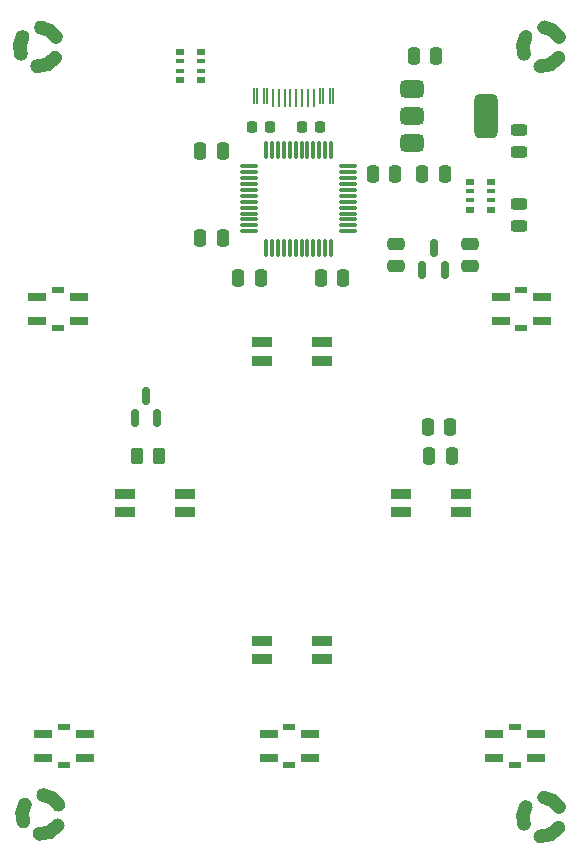
<source format=gbr>
%TF.GenerationSoftware,KiCad,Pcbnew,9.0.4*%
%TF.CreationDate,2025-11-20T14:14:08-06:00*%
%TF.ProjectId,Ballmouse,42616c6c-6d6f-4757-9365-2e6b69636164,rev?*%
%TF.SameCoordinates,Original*%
%TF.FileFunction,Paste,Top*%
%TF.FilePolarity,Positive*%
%FSLAX46Y46*%
G04 Gerber Fmt 4.6, Leading zero omitted, Abs format (unit mm)*
G04 Created by KiCad (PCBNEW 9.0.4) date 2025-11-20 14:14:08*
%MOMM*%
%LPD*%
G01*
G04 APERTURE LIST*
G04 Aperture macros list*
%AMRoundRect*
0 Rectangle with rounded corners*
0 $1 Rounding radius*
0 $2 $3 $4 $5 $6 $7 $8 $9 X,Y pos of 4 corners*
0 Add a 4 corners polygon primitive as box body*
4,1,4,$2,$3,$4,$5,$6,$7,$8,$9,$2,$3,0*
0 Add four circle primitives for the rounded corners*
1,1,$1+$1,$2,$3*
1,1,$1+$1,$4,$5*
1,1,$1+$1,$6,$7*
1,1,$1+$1,$8,$9*
0 Add four rect primitives between the rounded corners*
20,1,$1+$1,$2,$3,$4,$5,0*
20,1,$1+$1,$4,$5,$6,$7,0*
20,1,$1+$1,$6,$7,$8,$9,0*
20,1,$1+$1,$8,$9,$2,$3,0*%
G04 Aperture macros list end*
%ADD10C,1.200000*%
%ADD11R,1.800000X0.820000*%
%ADD12RoundRect,0.225000X0.225000X0.250000X-0.225000X0.250000X-0.225000X-0.250000X0.225000X-0.250000X0*%
%ADD13RoundRect,0.225000X-0.225000X-0.250000X0.225000X-0.250000X0.225000X0.250000X-0.225000X0.250000X0*%
%ADD14RoundRect,0.150000X0.150000X-0.587500X0.150000X0.587500X-0.150000X0.587500X-0.150000X-0.587500X0*%
%ADD15RoundRect,0.375000X-0.625000X-0.375000X0.625000X-0.375000X0.625000X0.375000X-0.625000X0.375000X0*%
%ADD16RoundRect,0.500000X-0.500000X-1.400000X0.500000X-1.400000X0.500000X1.400000X-0.500000X1.400000X0*%
%ADD17RoundRect,0.075000X0.075000X-0.662500X0.075000X0.662500X-0.075000X0.662500X-0.075000X-0.662500X0*%
%ADD18RoundRect,0.075000X0.662500X-0.075000X0.662500X0.075000X-0.662500X0.075000X-0.662500X-0.075000X0*%
%ADD19R,1.000000X0.500000*%
%ADD20R,1.500000X0.800000*%
%ADD21R,0.800000X0.500000*%
%ADD22R,0.800000X0.400000*%
%ADD23RoundRect,0.250000X0.262500X0.450000X-0.262500X0.450000X-0.262500X-0.450000X0.262500X-0.450000X0*%
%ADD24R,0.250000X1.400000*%
%ADD25R,0.220000X1.600000*%
%ADD26RoundRect,0.243750X-0.456250X0.243750X-0.456250X-0.243750X0.456250X-0.243750X0.456250X0.243750X0*%
%ADD27RoundRect,0.243750X0.456250X-0.243750X0.456250X0.243750X-0.456250X0.243750X-0.456250X-0.243750X0*%
%ADD28RoundRect,0.250000X-0.250000X-0.475000X0.250000X-0.475000X0.250000X0.475000X-0.250000X0.475000X0*%
%ADD29RoundRect,0.250000X0.475000X-0.250000X0.475000X0.250000X-0.475000X0.250000X-0.475000X-0.250000X0*%
%ADD30RoundRect,0.250000X-0.475000X0.250000X-0.475000X-0.250000X0.475000X-0.250000X0.475000X0.250000X0*%
%ADD31RoundRect,0.250000X0.250000X0.475000X-0.250000X0.475000X-0.250000X-0.475000X0.250000X-0.475000X0*%
G04 APERTURE END LIST*
D10*
%TO.C,H4*%
X158860000Y-122780000D02*
G75*
G02*
X158993673Y-121362214I1539997J569999D01*
G01*
X160560000Y-120557003D02*
G75*
G02*
X161824942Y-121357042I-160001J-1652997D01*
G01*
X161761219Y-123120815D02*
G75*
G02*
X160240000Y-123839999I-1361219J910817D01*
G01*
%TO.C,H3*%
X116460000Y-122580000D02*
G75*
G02*
X116593673Y-121162214I1539997J569999D01*
G01*
X118160000Y-120357003D02*
G75*
G02*
X119424942Y-121157042I-160001J-1652997D01*
G01*
X119361219Y-122920815D02*
G75*
G02*
X117840000Y-123639999I-1361219J910817D01*
G01*
%TO.C,H2*%
X158860000Y-57580000D02*
G75*
G02*
X158993673Y-56162214I1539997J569999D01*
G01*
X160560000Y-55357003D02*
G75*
G02*
X161824942Y-56157042I-160001J-1652997D01*
G01*
X161761219Y-57920815D02*
G75*
G02*
X160240000Y-58639999I-1361219J910817D01*
G01*
%TO.C,H1*%
X116260000Y-57580000D02*
G75*
G02*
X116393673Y-56162214I1539997J569999D01*
G01*
X117960000Y-55357003D02*
G75*
G02*
X119224942Y-56157042I-160001J-1652997D01*
G01*
X119161219Y-57920815D02*
G75*
G02*
X117640000Y-58639999I-1361219J910817D01*
G01*
%TD*%
D11*
%TO.C,D6*%
X148450000Y-94825000D03*
X148450000Y-96360000D03*
X153550000Y-96360000D03*
X153550000Y-94825000D03*
%TD*%
%TO.C,D5*%
X141735503Y-108860312D03*
X141735503Y-107325312D03*
X136635503Y-107325312D03*
X136635503Y-108860312D03*
%TD*%
%TO.C,D4*%
X125050000Y-94825000D03*
X125050000Y-96360000D03*
X130150000Y-96360000D03*
X130150000Y-94825000D03*
%TD*%
%TO.C,D3*%
X136650000Y-82025000D03*
X136650000Y-83560000D03*
X141750000Y-83560000D03*
X141750000Y-82025000D03*
%TD*%
D12*
%TO.C,C16*%
X137392500Y-63800000D03*
X135842500Y-63800000D03*
%TD*%
D13*
%TO.C,C8*%
X140025000Y-63800000D03*
X141575000Y-63800000D03*
%TD*%
D14*
%TO.C,U4*%
X150250000Y-75875000D03*
X152150000Y-75875000D03*
X151200000Y-74000000D03*
%TD*%
D15*
%TO.C,U3*%
X149350000Y-60550000D03*
X149350000Y-62850000D03*
D16*
X155650000Y-62850000D03*
D15*
X149350000Y-65150000D03*
%TD*%
D17*
%TO.C,U2*%
X137017500Y-74020000D03*
X137517500Y-74020000D03*
X138017500Y-74020000D03*
X138517500Y-74020000D03*
X139017500Y-74020000D03*
X139517500Y-74020000D03*
X140017500Y-74020000D03*
X140517500Y-74020000D03*
X141017500Y-74020000D03*
X141517500Y-74020000D03*
X142017500Y-74020000D03*
X142517500Y-74020000D03*
D18*
X143930000Y-72607500D03*
X143930000Y-72107500D03*
X143930000Y-71607500D03*
X143930000Y-71107500D03*
X143930000Y-70607500D03*
X143930000Y-70107500D03*
X143930000Y-69607500D03*
X143930000Y-69107500D03*
X143930000Y-68607500D03*
X143930000Y-68107500D03*
X143930000Y-67607500D03*
X143930000Y-67107500D03*
D17*
X142517500Y-65695000D03*
X142017500Y-65695000D03*
X141517500Y-65695000D03*
X141017500Y-65695000D03*
X140517500Y-65695000D03*
X140017500Y-65695000D03*
X139517500Y-65695000D03*
X139017500Y-65695000D03*
X138517500Y-65695000D03*
X138017500Y-65695000D03*
X137517500Y-65695000D03*
X137017500Y-65695000D03*
D18*
X135605000Y-67107500D03*
X135605000Y-67607500D03*
X135605000Y-68107500D03*
X135605000Y-68607500D03*
X135605000Y-69107500D03*
X135605000Y-69607500D03*
X135605000Y-70107500D03*
X135605000Y-70607500D03*
X135605000Y-71107500D03*
X135605000Y-71607500D03*
X135605000Y-72107500D03*
X135605000Y-72607500D03*
%TD*%
D19*
%TO.C,SW5*%
X158625000Y-77600000D03*
X158625000Y-80800000D03*
D20*
X156875000Y-78200000D03*
X160375000Y-78200000D03*
X156875000Y-80200000D03*
X160375000Y-80200000D03*
%TD*%
D19*
%TO.C,SW4*%
X158100000Y-114600000D03*
X158100000Y-117800000D03*
D20*
X156350000Y-115200000D03*
X159850000Y-115200000D03*
X156350000Y-117200000D03*
X159850000Y-117200000D03*
%TD*%
D19*
%TO.C,SW3*%
X139000000Y-114600000D03*
X139000000Y-117800000D03*
D20*
X137250000Y-115200000D03*
X140750000Y-115200000D03*
X137250000Y-117200000D03*
X140750000Y-117200000D03*
%TD*%
D19*
%TO.C,SW2*%
X119900000Y-114600000D03*
X119900000Y-117800000D03*
D20*
X118150000Y-115200000D03*
X121650000Y-115200000D03*
X118150000Y-117200000D03*
X121650000Y-117200000D03*
%TD*%
D19*
%TO.C,SW1*%
X119400000Y-77600000D03*
X119400000Y-80800000D03*
D20*
X117650000Y-78200000D03*
X121150000Y-78200000D03*
X117650000Y-80200000D03*
X121150000Y-80200000D03*
%TD*%
D21*
%TO.C,RN2*%
X154300000Y-68400000D03*
D22*
X154300000Y-69200000D03*
X154300000Y-70000000D03*
D21*
X154300000Y-70800000D03*
X156100000Y-70800000D03*
D22*
X156100000Y-70000000D03*
X156100000Y-69200000D03*
D21*
X156100000Y-68400000D03*
%TD*%
%TO.C,RN1*%
X129700000Y-57400000D03*
D22*
X129700000Y-58200000D03*
X129700000Y-59000000D03*
D21*
X129700000Y-59800000D03*
X131500000Y-59800000D03*
D22*
X131500000Y-59000000D03*
X131500000Y-58200000D03*
D21*
X131500000Y-57400000D03*
%TD*%
D23*
%TO.C,R1*%
X127912500Y-91600000D03*
X126087500Y-91600000D03*
%TD*%
D14*
%TO.C,Q1*%
X125900000Y-88400000D03*
X127800000Y-88400000D03*
X126850000Y-86525000D03*
%TD*%
D24*
%TO.C,J11*%
X142655000Y-61200000D03*
X141855000Y-61200000D03*
D25*
X140580000Y-61300000D03*
X139580000Y-61300000D03*
X139080000Y-61300000D03*
X141080000Y-61300000D03*
D24*
X136805000Y-61200000D03*
X136005000Y-61200000D03*
X136255000Y-61200000D03*
X137055000Y-61200000D03*
D25*
X137580000Y-61300000D03*
X138580000Y-61300000D03*
X140080000Y-61300000D03*
X138080000Y-61300000D03*
D24*
X141605000Y-61200000D03*
X142405000Y-61200000D03*
%TD*%
D26*
%TO.C,D2*%
X158400000Y-64062500D03*
X158400000Y-65937500D03*
%TD*%
D27*
%TO.C,D1*%
X158400000Y-72137500D03*
X158400000Y-70262500D03*
%TD*%
D28*
%TO.C,C12*%
X150850000Y-91600000D03*
X152750000Y-91600000D03*
%TD*%
%TO.C,C11*%
X150700000Y-89200000D03*
X152600000Y-89200000D03*
%TD*%
D29*
%TO.C,C10*%
X154300000Y-75562500D03*
X154300000Y-73662500D03*
%TD*%
D30*
%TO.C,C9*%
X148050000Y-73650000D03*
X148050000Y-75550000D03*
%TD*%
D31*
%TO.C,C7*%
X151400000Y-57800000D03*
X149500000Y-57800000D03*
%TD*%
D28*
%TO.C,C6*%
X150250000Y-67800000D03*
X152150000Y-67800000D03*
%TD*%
%TO.C,C5*%
X141650000Y-76600000D03*
X143550000Y-76600000D03*
%TD*%
D31*
%TO.C,C4*%
X136550000Y-76600000D03*
X134650000Y-76600000D03*
%TD*%
%TO.C,C3*%
X133350000Y-73200000D03*
X131450000Y-73200000D03*
%TD*%
%TO.C,C2*%
X133350000Y-65800000D03*
X131450000Y-65800000D03*
%TD*%
D28*
%TO.C,C1*%
X146050000Y-67800000D03*
X147950000Y-67800000D03*
%TD*%
M02*

</source>
